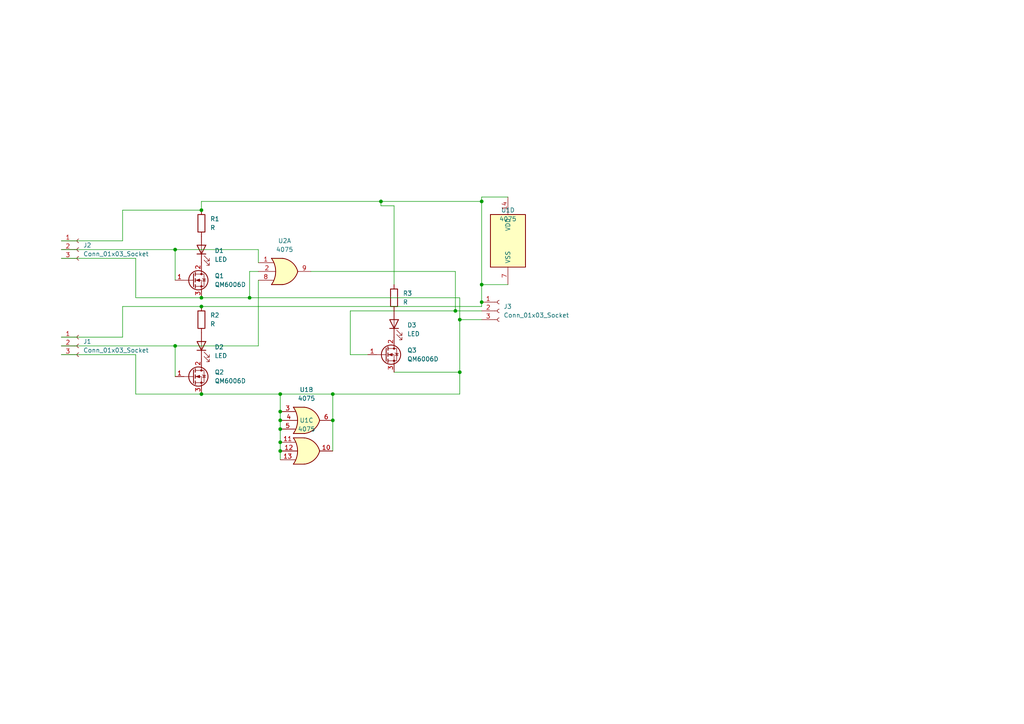
<source format=kicad_sch>
(kicad_sch (version 20250114) (generator "eeschema") (generator_version "9.0")
  (paper "A4")
  (lib_symbols
    (symbol "4xxx:4075" (pin_names (offset 1.016))
      (property "Reference" "U" (at 0 1.27 0))
      (property "Value" "4075" (at 0 -1.27 0))
      (symbol "4075_1_1"
        (arc (start -3.81 3.81) (mid -2.589 0) (end -3.81 -3.81) (stroke (width 0.254)))
        (polyline (pts (xy -3.81 3.81) (xy -0.635 3.81)) (stroke (width 0.254)) (fill (type background)))
        (polyline (pts (xy -3.81 -3.81) (xy -0.635 -3.81)) (stroke (width 0.254)) (fill (type background)))
        (arc (start 3.81 0) (mid 2.1855 -2.584) (end -0.6096 -3.81) (stroke (width 0.254)) (fill (type background)))
        (arc (start -0.6096 3.81) (mid 2.1928 2.5924) (end 3.81 0) (stroke (width 0.254)) (fill (type background)))
        (polyline (pts (xy -0.635 3.81) (xy -3.81 3.81) (xy -3.81 3.81) (xy -3.556 3.4036) (xy -3.0226 2.2606) (xy -2.6924 1.0414) (xy -2.6162 -0.254) (xy -2.7686 -1.4986) (xy -3.175 -2.7178) (xy -3.81 -3.81) (xy -3.81 -3.81) (xy -0.635 -3.81)) (stroke (width -25.4)) (fill (type background)))
        (pin input line (at -7.62 2.54 0) (length 4.318) (name "~") (number "1"))
        (pin input line (at -7.62 0 0) (length 4.953) (name "~") (number "2"))
        (pin input line (at -7.62 -2.54 0) (length 4.318) (name "~") (number "8"))
        (pin output line (at 7.62 0 180) (length 3.81) (name "~") (number "9"))
      )
      (symbol "4075_1_2"
        (arc (start 0 3.81) (mid 3.7934 0) (end 0 -3.81) (stroke (width 0.254)) (fill (type background)))
        (polyline (pts (xy 0 3.81) (xy -3.81 3.81) (xy -3.81 -3.81) (xy 0 -3.81)) (stroke (width 0.254)) (fill (type background)))
        (pin input inverted (at -7.62 2.54 0) (length 3.81) (name "~") (number "1"))
        (pin input inverted (at -7.62 0 0) (length 3.81) (name "~") (number "2"))
        (pin input inverted (at -7.62 -2.54 0) (length 3.81) (name "~") (number "8"))
        (pin output inverted (at 7.62 0 180) (length 3.81) (name "~") (number "9"))
      )
      (symbol "4075_2_1"
        (arc (start -3.81 3.81) (mid -2.589 0) (end -3.81 -3.81) (stroke (width 0.254)))
        (polyline (pts (xy -3.81 3.81) (xy -0.635 3.81)) (stroke (width 0.254)) (fill (type background)))
        (polyline (pts (xy -3.81 -3.81) (xy -0.635 -3.81)) (stroke (width 0.254)) (fill (type background)))
        (arc (start 3.81 0) (mid 2.1855 -2.584) (end -0.6096 -3.81) (stroke (width 0.254)) (fill (type background)))
        (arc (start -0.6096 3.81) (mid 2.1928 2.5924) (end 3.81 0) (stroke (width 0.254)) (fill (type background)))
        (polyline (pts (xy -0.635 3.81) (xy -3.81 3.81) (xy -3.81 3.81) (xy -3.556 3.4036) (xy -3.0226 2.2606) (xy -2.6924 1.0414) (xy -2.6162 -0.254) (xy -2.7686 -1.4986) (xy -3.175 -2.7178) (xy -3.81 -3.81) (xy -3.81 -3.81) (xy -0.635 -3.81)) (stroke (width -25.4)) (fill (type background)))
        (pin input line (at -7.62 2.54 0) (length 4.318) (name "~") (number "3"))
        (pin input line (at -7.62 0 0) (length 4.953) (name "~") (number "4"))
        (pin input line (at -7.62 -2.54 0) (length 4.318) (name "~") (number "5"))
        (pin output line (at 7.62 0 180) (length 3.81) (name "~") (number "6"))
      )
      (symbol "4075_2_2"
        (arc (start 0 3.81) (mid 3.7934 0) (end 0 -3.81) (stroke (width 0.254)) (fill (type background)))
        (polyline (pts (xy 0 3.81) (xy -3.81 3.81) (xy -3.81 -3.81) (xy 0 -3.81)) (stroke (width 0.254)) (fill (type background)))
        (pin input inverted (at -7.62 2.54 0) (length 3.81) (name "~") (number "3"))
        (pin input inverted (at -7.62 0 0) (length 3.81) (name "~") (number "4"))
        (pin input inverted (at -7.62 -2.54 0) (length 3.81) (name "~") (number "5"))
        (pin output inverted (at 7.62 0 180) (length 3.81) (name "~") (number "6"))
      )
      (symbol "4075_3_1"
        (arc (start -3.81 3.81) (mid -2.589 0) (end -3.81 -3.81) (stroke (width 0.254)))
        (polyline (pts (xy -3.81 3.81) (xy -0.635 3.81)) (stroke (width 0.254)) (fill (type background)))
        (polyline (pts (xy -3.81 -3.81) (xy -0.635 -3.81)) (stroke (width 0.254)) (fill (type background)))
        (arc (start 3.81 0) (mid 2.1855 -2.584) (end -0.6096 -3.81) (stroke (width 0.254)) (fill (type background)))
        (arc (start -0.6096 3.81) (mid 2.1928 2.5924) (end 3.81 0) (stroke (width 0.254)) (fill (type background)))
        (polyline (pts (xy -0.635 3.81) (xy -3.81 3.81) (xy -3.81 3.81) (xy -3.556 3.4036) (xy -3.0226 2.2606) (xy -2.6924 1.0414) (xy -2.6162 -0.254) (xy -2.7686 -1.4986) (xy -3.175 -2.7178) (xy -3.81 -3.81) (xy -3.81 -3.81) (xy -0.635 -3.81)) (stroke (width -25.4)) (fill (type background)))
        (pin input line (at -7.62 2.54 0) (length 4.318) (name "~") (number "11"))
        (pin input line (at -7.62 0 0) (length 4.953) (name "~") (number "12"))
        (pin input line (at -7.62 -2.54 0) (length 4.318) (name "~") (number "13"))
        (pin output line (at 7.62 0 180) (length 3.81) (name "~") (number "10"))
      )
      (symbol "4075_3_2"
        (arc (start 0 3.81) (mid 3.7934 0) (end 0 -3.81) (stroke (width 0.254)) (fill (type background)))
        (polyline (pts (xy 0 3.81) (xy -3.81 3.81) (xy -3.81 -3.81) (xy 0 -3.81)) (stroke (width 0.254)) (fill (type background)))
        (pin input inverted (at -7.62 2.54 0) (length 3.81) (name "~") (number "11"))
        (pin input inverted (at -7.62 0 0) (length 3.81) (name "~") (number "12"))
        (pin input inverted (at -7.62 -2.54 0) (length 3.81) (name "~") (number "13"))
        (pin output inverted (at 7.62 0 180) (length 3.81) (name "~") (number "10"))
      )
      (symbol "4075_4_0"
        (pin power_in line (at 0 12.7 270) (length 5.08) (name "VDD") (number "14"))
        (pin power_in line (at 0 -12.7 90) (length 5.08) (name "VSS") (number "7"))
      )
      (symbol "4075_4_1"
        (rectangle (start -5.08 7.62) (end 5.08 -7.62) (stroke (width 0.254)) (fill (type background)))
      )
    )
    (symbol "Connector:Conn_01x03_Socket" (pin_names (offset 1.016) (hide yes))
      (property "Reference" "J" (at 0 5.08 0))
      (property "Value" "Conn_01x03_Socket" (at 0 -5.08 0))
      (symbol "Conn_01x03_Socket_1_1"
        (polyline (pts (xy -1.27 2.54) (xy -0.508 2.54)) (stroke (width 0.1524)))
        (polyline (pts (xy -1.27 0) (xy -0.508 0)) (stroke (width 0.1524)))
        (polyline (pts (xy -1.27 -2.54) (xy -0.508 -2.54)) (stroke (width 0.1524)))
        (arc (start 0 2.032) (mid -0.5058 2.54) (end 0 3.048) (stroke (width 0.1524)))
        (arc (start 0 -0.508) (mid -0.5058 0) (end 0 0.508) (stroke (width 0.1524)))
        (arc (start 0 -3.048) (mid -0.5058 -2.54) (end 0 -2.032) (stroke (width 0.1524)))
        (pin passive line (at -5.08 2.54 0) (length 3.81) (name "Pin_1") (number "1"))
        (pin passive line (at -5.08 0 0) (length 3.81) (name "Pin_2") (number "2"))
        (pin passive line (at -5.08 -2.54 0) (length 3.81) (name "Pin_3") (number "3"))
      )
    )
    (symbol "Device:LED" (pin_numbers (hide yes)) (pin_names (offset 1.016) (hide yes))
      (property "Reference" "D" (at 0 2.54 0))
      (property "Value" "LED" (at 0 -2.54 0))
      (symbol "LED_0_1"
        (polyline (pts (xy -3.048 -0.762) (xy -4.572 -2.286) (xy -3.81 -2.286) (xy -4.572 -2.286) (xy -4.572 -1.524)))
        (polyline (pts (xy -1.778 -0.762) (xy -3.302 -2.286) (xy -2.54 -2.286) (xy -3.302 -2.286) (xy -3.302 -1.524)))
        (polyline (pts (xy -1.27 0) (xy 1.27 0)))
        (polyline (pts (xy -1.27 -1.27) (xy -1.27 1.27)) (stroke (width 0.254)))
        (polyline (pts (xy 1.27 -1.27) (xy 1.27 1.27) (xy -1.27 0) (xy 1.27 -1.27)) (stroke (width 0.254)))
      )
      (symbol "LED_1_1"
        (pin passive line (at -3.81 0 0) (length 2.54) (name "K") (number "1"))
        (pin passive line (at 3.81 0 180) (length 2.54) (name "A") (number "2"))
      )
    )
    (symbol "Device:R" (pin_numbers (hide yes)) (pin_names (offset 0))
      (property "Reference" "R" (at 2.032 0 90))
      (property "Value" "R" (at 0 0 90))
      (symbol "R_0_1"
        (rectangle (start -1.016 -2.54) (end 1.016 2.54) (stroke (width 0.254)))
      )
      (symbol "R_1_1"
        (pin passive line (at 0 3.81 270) (length 1.27) (name "~") (number "1"))
        (pin passive line (at 0 -3.81 90) (length 1.27) (name "~") (number "2"))
      )
    )
    (symbol "Transistor_FET:QM6006D" (pin_names (hide yes))
      (property "Reference" "Q" (at 5.08 1.905 0))
      (property "Value" "QM6006D" (at 5.08 0 0))
      (symbol "QM6006D_0_1"
        (polyline (pts (xy 0.254 1.905) (xy 0.254 -1.905)) (stroke (width 0.254)))
        (polyline (pts (xy 0.254 0) (xy -2.54 0)))
        (polyline (pts (xy 0.762 2.286) (xy 0.762 1.27)) (stroke (width 0.254)))
        (polyline (pts (xy 0.762 0.508) (xy 0.762 -0.508)) (stroke (width 0.254)))
        (polyline (pts (xy 0.762 -1.27) (xy 0.762 -2.286)) (stroke (width 0.254)))
        (polyline (pts (xy 0.762 -1.778) (xy 3.302 -1.778) (xy 3.302 1.778) (xy 0.762 1.778)))
        (polyline (pts (xy 1.016 0) (xy 2.032 0.381) (xy 2.032 -0.381) (xy 1.016 0)) (fill (type outline)))
        (circle (center 1.651 0) (radius 2.794) (stroke (width 0.254)))
        (polyline (pts (xy 2.54 2.54) (xy 2.54 1.778)))
        (circle (center 2.54 1.778) (radius 0.254) (fill (type outline)))
        (circle (center 2.54 -1.778) (radius 0.254) (fill (type outline)))
        (polyline (pts (xy 2.54 -2.54) (xy 2.54 0) (xy 0.762 0)))
        (polyline (pts (xy 2.794 0.508) (xy 2.921 0.381) (xy 3.683 0.381) (xy 3.81 0.254)))
        (polyline (pts (xy 3.302 0.381) (xy 2.921 -0.254) (xy 3.683 -0.254) (xy 3.302 0.381)))
      )
      (symbol "QM6006D_1_1"
        (pin input line (at -5.08 0 0) (length 2.54) (name "G") (number "1"))
        (pin passive line (at 2.54 5.08 270) (length 2.54) (name "D") (number "2"))
        (pin passive line (at 2.54 -5.08 90) (length 2.54) (name "S") (number "3"))
      )
    )
  )
  (junction (at 81.28 128.27))
  (junction (at 81.28 119.38))
  (junction (at 139.7 82.55))
  (junction (at 81.28 124.46))
  (junction (at 58.42 114.3))
  (junction (at 110.49 58.42))
  (junction (at 133.35 92.71))
  (junction (at 81.28 114.3))
  (junction (at 81.28 130.81))
  (junction (at 132.08 90.17))
  (junction (at 58.42 60.96))
  (junction (at 72.39 86.36))
  (junction (at 58.42 86.36))
  (junction (at 139.7 87.63))
  (junction (at 96.52 114.3))
  (junction (at 133.35 107.95))
  (junction (at 50.8 100.33))
  (junction (at 81.28 121.92))
  (junction (at 50.8 72.39))
  (junction (at 139.7 58.42))
  (junction (at 96.52 121.92))
  (junction (at 58.42 88.9))
  (wire (pts (xy 139.7 58.42) (xy 139.7 82.55)))
  (wire (pts (xy 114.3 82.55) (xy 114.3 59.69)))
  (wire (pts (xy 58.42 86.36) (xy 72.39 86.36)))
  (wire (pts (xy 101.6 90.17) (xy 132.08 90.17)))
  (wire (pts (xy 81.28 114.3) (xy 58.42 114.3)))
  (wire (pts (xy 35.56 60.96) (xy 35.56 69.85)))
  (wire (pts (xy 81.28 128.27) (xy 81.28 130.81)))
  (wire (pts (xy 39.37 74.93) (xy 39.37 86.36)))
  (wire (pts (xy 81.28 130.81) (xy 81.28 133.35)))
  (wire (pts (xy 81.28 121.92) (xy 81.28 124.46)))
  (wire (pts (xy 147.32 82.55) (xy 139.7 82.55)))
  (wire (pts (xy 17.78 102.87) (xy 39.37 102.87)))
  (wire (pts (xy 81.28 124.46) (xy 81.28 128.27)))
  (wire (pts (xy 39.37 102.87) (xy 39.37 114.3)))
  (wire (pts (xy 39.37 114.3) (xy 58.42 114.3)))
  (wire (pts (xy 17.78 97.79) (xy 35.56 97.79)))
  (wire (pts (xy 58.42 60.96) (xy 35.56 60.96)))
  (wire (pts (xy 17.78 100.33) (xy 50.8 100.33)))
  (wire (pts (xy 139.7 90.17) (xy 132.08 90.17)))
  (wire (pts (xy 58.42 88.9) (xy 35.56 88.9)))
  (wire (pts (xy 110.49 58.42) (xy 58.42 58.42)))
  (wire (pts (xy 139.7 82.55) (xy 139.7 87.63)))
  (wire (pts (xy 81.28 119.38) (xy 81.28 121.92)))
  (wire (pts (xy 90.17 78.74) (xy 132.08 78.74)))
  (wire (pts (xy 17.78 74.93) (xy 39.37 74.93)))
  (wire (pts (xy 74.93 81.28) (xy 74.93 100.33)))
  (wire (pts (xy 110.49 59.69) (xy 110.49 58.42)))
  (wire (pts (xy 133.35 107.95) (xy 133.35 114.3)))
  (wire (pts (xy 133.35 114.3) (xy 96.52 114.3)))
  (wire (pts (xy 114.3 107.95) (xy 133.35 107.95)))
  (wire (pts (xy 74.93 100.33) (xy 50.8 100.33)))
  (wire (pts (xy 133.35 92.71) (xy 133.35 107.95)))
  (wire (pts (xy 96.52 121.92) (xy 96.52 130.81)))
  (wire (pts (xy 114.3 59.69) (xy 110.49 59.69)))
  (wire (pts (xy 39.37 86.36) (xy 58.42 86.36)))
  (wire (pts (xy 50.8 100.33) (xy 50.8 109.22)))
  (wire (pts (xy 17.78 69.85) (xy 35.56 69.85)))
  (wire (pts (xy 74.93 78.74) (xy 72.39 78.74)))
  (wire (pts (xy 81.28 114.3) (xy 81.28 119.38)))
  (wire (pts (xy 139.7 57.15) (xy 139.7 58.42)))
  (wire (pts (xy 50.8 72.39) (xy 50.8 81.28)))
  (wire (pts (xy 101.6 102.87) (xy 101.6 90.17)))
  (wire (pts (xy 96.52 114.3) (xy 81.28 114.3)))
  (wire (pts (xy 72.39 78.74) (xy 72.39 86.36)))
  (wire (pts (xy 17.78 72.39) (xy 50.8 72.39)))
  (wire (pts (xy 96.52 114.3) (xy 96.52 121.92)))
  (wire (pts (xy 58.42 58.42) (xy 58.42 60.96)))
  (wire (pts (xy 72.39 86.36) (xy 133.35 86.36)))
  (wire (pts (xy 101.6 102.87) (xy 106.68 102.87)))
  (wire (pts (xy 110.49 58.42) (xy 139.7 58.42)))
  (wire (pts (xy 74.93 76.2) (xy 74.93 72.39)))
  (wire (pts (xy 58.42 88.9) (xy 139.7 88.9)))
  (wire (pts (xy 147.32 57.15) (xy 139.7 57.15)))
  (wire (pts (xy 139.7 88.9) (xy 139.7 87.63)))
  (wire (pts (xy 74.93 72.39) (xy 50.8 72.39)))
  (wire (pts (xy 132.08 90.17) (xy 132.08 78.74)))
  (wire (pts (xy 139.7 92.71) (xy 133.35 92.71)))
  (wire (pts (xy 133.35 86.36) (xy 133.35 92.71)))
  (wire (pts (xy 35.56 88.9) (xy 35.56 97.79)))
  (symbol (lib_id "Connector:Conn_01x03_Socket") (at 144.78 90.17 0) (unit 1)
    (property "Reference" "J3" (at 146.05 88.8999 0) (effects (justify left)))
    (property "Value" "Conn_01x03_Socket" (at 146.05 91.4399 0) (effects (justify left)))
    (property "Footprint" "Connector_PinSocket_2.54mm:PinSocket_1x03_P2.54mm_Horizontal" (effects (hide yes)))
    (property "Description" "Generic connector, single row, 01x03, script generated" (effects (hide yes)))
  )
  (symbol (lib_id "Transistor_FET:QM6006D") (at 111.76 102.87 0) (unit 1)
    (property "Reference" "Q3" (at 118.11 101.5999 0) (effects (justify left)))
    (property "Value" "QM6006D" (at 118.11 104.1399 0) (effects (justify left)))
    (property "Footprint" "Package_TO_SOT_SMD:TO-252-2" (effects (hide yes)))
    (property "Datasheet" "http://www.jaolen.com/images/pdf/QM6006D.pdf" (effects (hide yes)))
    (property "Description" "35A Id, 60V Vds, N-Channel Power MOSFET, 18mOhm Ron, 19.3nC Qg (typ), TO252" (effects (hide yes)))
  )
  (symbol (lib_id "4xxx:4075") (at 147.32 69.85 0) (unit 4)
    (property "Reference" "U1" (at 147.32 60.96 0))
    (property "Value" "4075" (at 147.32 63.5 0))
    (property "Datasheet" "http://www.intersil.com/content/dam/Intersil/documents/cd40/cd4071bms-72bms-75bms.pdf" (effects (hide yes)))
    (property "Description" "Triple Or 3 inputs" (effects (hide yes)))
  )
  (symbol (lib_id "4xxx:4075") (at 88.9 130.81 0) (unit 3)
    (property "Reference" "U1" (at 88.9 121.92 0))
    (property "Value" "4075" (at 88.9 124.46 0))
    (property "Datasheet" "http://www.intersil.com/content/dam/Intersil/documents/cd40/cd4071bms-72bms-75bms.pdf" (effects (hide yes)))
    (property "Description" "Triple Or 3 inputs" (effects (hide yes)))
  )
  (symbol (lib_id "Transistor_FET:QM6006D") (at 55.88 81.28 0) (unit 1)
    (property "Reference" "Q1" (at 62.23 80.0099 0) (effects (justify left)))
    (property "Value" "QM6006D" (at 62.23 82.5499 0) (effects (justify left)))
    (property "Footprint" "Package_TO_SOT_SMD:TO-252-2" (effects (hide yes)))
    (property "Datasheet" "http://www.jaolen.com/images/pdf/QM6006D.pdf" (effects (hide yes)))
    (property "Description" "35A Id, 60V Vds, N-Channel Power MOSFET, 18mOhm Ron, 19.3nC Qg (typ), TO252" (effects (hide yes)))
  )
  (symbol (lib_id "Transistor_FET:QM6006D") (at 55.88 109.22 0) (unit 1)
    (property "Reference" "Q2" (at 62.23 107.9499 0) (effects (justify left)))
    (property "Value" "QM6006D" (at 62.23 110.4899 0) (effects (justify left)))
    (property "Footprint" "Package_TO_SOT_SMD:TO-252-2" (effects (hide yes)))
    (property "Datasheet" "http://www.jaolen.com/images/pdf/QM6006D.pdf" (effects (hide yes)))
    (property "Description" "35A Id, 60V Vds, N-Channel Power MOSFET, 18mOhm Ron, 19.3nC Qg (typ), TO252" (effects (hide yes)))
  )
  (symbol (lib_id "Device:R") (at 58.42 92.71 0) (unit 1)
    (property "Reference" "R2" (at 60.96 91.4399 0) (effects (justify left)))
    (property "Value" "R" (at 60.96 93.9799 0) (effects (justify left)))
    (property "Footprint" "Resistor_SMD:R_1206_3216Metric" (effects (hide yes)))
    (property "Description" "Resistor" (effects (hide yes)))
  )
  (symbol (lib_id "Connector:Conn_01x03_Socket") (at 22.86 72.39 0) (unit 1)
    (property "Reference" "J2" (at 24.13 71.1199 0) (effects (justify left)))
    (property "Value" "Conn_01x03_Socket" (at 24.13 73.6599 0) (effects (justify left)))
    (property "Footprint" "Connector_PinSocket_2.54mm:PinSocket_1x03_P2.54mm_Horizontal" (effects (hide yes)))
    (property "Description" "Generic connector, single row, 01x03, script generated" (effects (hide yes)))
  )
  (symbol (lib_id "Device:LED") (at 58.42 100.33 90) (unit 1)
    (property "Reference" "D2" (at 62.23 100.6474 90) (effects (justify right)))
    (property "Value" "LED" (at 62.23 103.1874 90) (effects (justify right)))
    (property "Footprint" "LED_SMD:LED_1206_3216Metric" (effects (hide yes)))
    (property "Description" "Light emitting diode" (effects (hide yes)))
    (property "Sim.Pins" "1=K 2=A" (effects (hide yes)))
  )
  (symbol (lib_id "Device:LED") (at 114.3 93.98 90) (unit 1)
    (property "Reference" "D3" (at 118.11 94.2974 90) (effects (justify right)))
    (property "Value" "LED" (at 118.11 96.8374 90) (effects (justify right)))
    (property "Footprint" "LED_SMD:LED_1206_3216Metric" (effects (hide yes)))
    (property "Description" "Light emitting diode" (effects (hide yes)))
    (property "Sim.Pins" "1=K 2=A" (effects (hide yes)))
  )
  (symbol (lib_id "Device:R") (at 58.42 64.77 0) (unit 1)
    (property "Reference" "R1" (at 60.96 63.4999 0) (effects (justify left)))
    (property "Value" "R" (at 60.96 66.0399 0) (effects (justify left)))
    (property "Footprint" "Resistor_SMD:R_1206_3216Metric" (effects (hide yes)))
    (property "Description" "Resistor" (effects (hide yes)))
  )
  (symbol (lib_id "Device:LED") (at 58.42 72.39 90) (unit 1)
    (property "Reference" "D1" (at 62.23 72.7074 90) (effects (justify right)))
    (property "Value" "LED" (at 62.23 75.2474 90) (effects (justify right)))
    (property "Footprint" "LED_SMD:LED_1206_3216Metric" (effects (hide yes)))
    (property "Description" "Light emitting diode" (effects (hide yes)))
    (property "Sim.Pins" "1=K 2=A" (effects (hide yes)))
  )
  (symbol (lib_id "4xxx:4075") (at 82.55 78.74 0) (unit 1)
    (property "Reference" "U2" (at 82.55 69.85 0))
    (property "Value" "4075" (at 82.55 72.39 0))
    (property "Datasheet" "http://www.intersil.com/content/dam/Intersil/documents/cd40/cd4071bms-72bms-75bms.pdf" (effects (hide yes)))
    (property "Description" "Triple Or 3 inputs" (effects (hide yes)))
  )
  (symbol (lib_id "4xxx:4075") (at 88.9 121.92 0) (unit 2)
    (property "Reference" "U1" (at 88.9 113.03 0))
    (property "Value" "4075" (at 88.9 115.57 0))
    (property "Datasheet" "http://www.intersil.com/content/dam/Intersil/documents/cd40/cd4071bms-72bms-75bms.pdf" (effects (hide yes)))
    (property "Description" "Triple Or 3 inputs" (effects (hide yes)))
  )
  (symbol (lib_id "Connector:Conn_01x03_Socket") (at 22.86 100.33 0) (unit 1)
    (property "Reference" "J1" (at 24.13 99.0599 0) (effects (justify left)))
    (property "Value" "Conn_01x03_Socket" (at 24.13 101.5999 0) (effects (justify left)))
    (property "Footprint" "Connector_PinSocket_2.54mm:PinSocket_1x03_P2.54mm_Horizontal" (effects (hide yes)))
    (property "Description" "Generic connector, single row, 01x03, script generated" (effects (hide yes)))
  )
  (symbol (lib_id "Device:R") (at 114.3 86.36 0) (unit 1)
    (property "Reference" "R3" (at 116.84 85.0899 0) (effects (justify left)))
    (property "Value" "R" (at 116.84 87.6299 0) (effects (justify left)))
    (property "Footprint" "Resistor_SMD:R_1206_3216Metric" (effects (hide yes)))
    (property "Description" "Resistor" (effects (hide yes)))
  )
)
</source>
